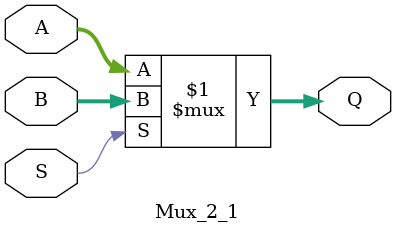
<source format=v>
`ifndef MUX_2_1_INCLUDED
`define MUX_2_1_INCLUDED
module Mux_2_1(
	A, 
	B, 
	S,
	Q
);

input [31:0] A;
input [31:0] B;
input S;
output [31:0] Q;

wire [31:0] A;
wire [31:0] B;
wire S;
wire [31:0] Q;

assign Q = S ? B : A;
endmodule
`endif

</source>
